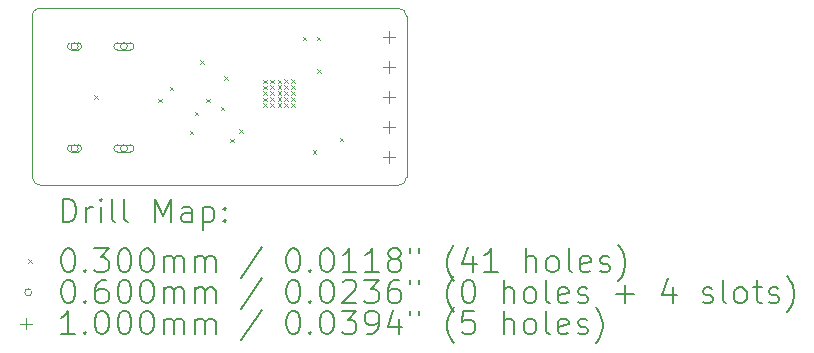
<source format=gbr>
%TF.GenerationSoftware,KiCad,Pcbnew,9.0.1*%
%TF.CreationDate,2025-08-21T17:20:22+05:00*%
%TF.ProjectId,usb_to_uart,7573625f-746f-45f7-9561-72742e6b6963,rev?*%
%TF.SameCoordinates,Original*%
%TF.FileFunction,Drillmap*%
%TF.FilePolarity,Positive*%
%FSLAX45Y45*%
G04 Gerber Fmt 4.5, Leading zero omitted, Abs format (unit mm)*
G04 Created by KiCad (PCBNEW 9.0.1) date 2025-08-21 17:20:22*
%MOMM*%
%LPD*%
G01*
G04 APERTURE LIST*
%ADD10C,0.050000*%
%ADD11C,0.200000*%
%ADD12C,0.100000*%
G04 APERTURE END LIST*
D10*
X11370000Y-11170000D02*
G75*
G02*
X11300000Y-11100000I0J70000D01*
G01*
X11300000Y-9750000D02*
G75*
G02*
X11370000Y-9669289I70000J10000D01*
G01*
X14470000Y-9740000D02*
X14470000Y-11100000D01*
X14400000Y-9670000D02*
G75*
G02*
X14470000Y-9740000I0J-70000D01*
G01*
X11370000Y-11170000D02*
X14400000Y-11170000D01*
X14400000Y-9670000D02*
X11370000Y-9669289D01*
X14470000Y-11100000D02*
G75*
G02*
X14400000Y-11170000I-70000J0D01*
G01*
X11300000Y-9750000D02*
X11300000Y-11100000D01*
D11*
D12*
X11824649Y-10409140D02*
X11854649Y-10439140D01*
X11854649Y-10409140D02*
X11824649Y-10439140D01*
X12365000Y-10435000D02*
X12395000Y-10465000D01*
X12395000Y-10435000D02*
X12365000Y-10465000D01*
X12465000Y-10335000D02*
X12495000Y-10365000D01*
X12495000Y-10335000D02*
X12465000Y-10365000D01*
X12635000Y-10705750D02*
X12665000Y-10735750D01*
X12665000Y-10705750D02*
X12635000Y-10735750D01*
X12675000Y-10545000D02*
X12705000Y-10575000D01*
X12705000Y-10545000D02*
X12675000Y-10575000D01*
X12725000Y-10111000D02*
X12755000Y-10141000D01*
X12755000Y-10111000D02*
X12725000Y-10141000D01*
X12775000Y-10435000D02*
X12805000Y-10465000D01*
X12805000Y-10435000D02*
X12775000Y-10465000D01*
X12895000Y-10505000D02*
X12925000Y-10535000D01*
X12925000Y-10505000D02*
X12895000Y-10535000D01*
X12925000Y-10245000D02*
X12955000Y-10275000D01*
X12955000Y-10245000D02*
X12925000Y-10275000D01*
X12975000Y-10775000D02*
X13005000Y-10805000D01*
X13005000Y-10775000D02*
X12975000Y-10805000D01*
X13055000Y-10695000D02*
X13085000Y-10725000D01*
X13085000Y-10695000D02*
X13055000Y-10725000D01*
X13255000Y-10275866D02*
X13285000Y-10305866D01*
X13285000Y-10275866D02*
X13255000Y-10305866D01*
X13255000Y-10325000D02*
X13285000Y-10355000D01*
X13285000Y-10325000D02*
X13255000Y-10355000D01*
X13255000Y-10375000D02*
X13285000Y-10405000D01*
X13285000Y-10375000D02*
X13255000Y-10405000D01*
X13255000Y-10427000D02*
X13285000Y-10457000D01*
X13285000Y-10427000D02*
X13255000Y-10457000D01*
X13255000Y-10475866D02*
X13285000Y-10505866D01*
X13285000Y-10475866D02*
X13255000Y-10505866D01*
X13315000Y-10275000D02*
X13345000Y-10305000D01*
X13345000Y-10275000D02*
X13315000Y-10305000D01*
X13315000Y-10324134D02*
X13345000Y-10354134D01*
X13345000Y-10324134D02*
X13315000Y-10354134D01*
X13315000Y-10374134D02*
X13345000Y-10404134D01*
X13345000Y-10374134D02*
X13315000Y-10404134D01*
X13315000Y-10426134D02*
X13345000Y-10456134D01*
X13345000Y-10426134D02*
X13315000Y-10456134D01*
X13315000Y-10475000D02*
X13345000Y-10505000D01*
X13345000Y-10475000D02*
X13315000Y-10505000D01*
X13378026Y-10275000D02*
X13408026Y-10305000D01*
X13408026Y-10275000D02*
X13378026Y-10305000D01*
X13378026Y-10324134D02*
X13408026Y-10354134D01*
X13408026Y-10324134D02*
X13378026Y-10354134D01*
X13378026Y-10374134D02*
X13408026Y-10404134D01*
X13408026Y-10374134D02*
X13378026Y-10404134D01*
X13378026Y-10426134D02*
X13408026Y-10456134D01*
X13408026Y-10426134D02*
X13378026Y-10456134D01*
X13378026Y-10475000D02*
X13408026Y-10505000D01*
X13408026Y-10475000D02*
X13378026Y-10505000D01*
X13435000Y-10273866D02*
X13465000Y-10303866D01*
X13465000Y-10273866D02*
X13435000Y-10303866D01*
X13435000Y-10323000D02*
X13465000Y-10353000D01*
X13465000Y-10323000D02*
X13435000Y-10353000D01*
X13435000Y-10373000D02*
X13465000Y-10403000D01*
X13465000Y-10373000D02*
X13435000Y-10403000D01*
X13435000Y-10425000D02*
X13465000Y-10455000D01*
X13465000Y-10425000D02*
X13435000Y-10455000D01*
X13435000Y-10473866D02*
X13465000Y-10503866D01*
X13465000Y-10473866D02*
X13435000Y-10503866D01*
X13495000Y-10273866D02*
X13525000Y-10303866D01*
X13525000Y-10273866D02*
X13495000Y-10303866D01*
X13495000Y-10323000D02*
X13525000Y-10353000D01*
X13525000Y-10323000D02*
X13495000Y-10353000D01*
X13495000Y-10373000D02*
X13525000Y-10403000D01*
X13525000Y-10373000D02*
X13495000Y-10403000D01*
X13495000Y-10425000D02*
X13525000Y-10455000D01*
X13525000Y-10425000D02*
X13495000Y-10455000D01*
X13495000Y-10473866D02*
X13525000Y-10503866D01*
X13525000Y-10473866D02*
X13495000Y-10503866D01*
X13590000Y-9910000D02*
X13620000Y-9940000D01*
X13620000Y-9910000D02*
X13590000Y-9940000D01*
X13675000Y-10875000D02*
X13705000Y-10905000D01*
X13705000Y-10875000D02*
X13675000Y-10905000D01*
X13710000Y-9910000D02*
X13740000Y-9940000D01*
X13740000Y-9910000D02*
X13710000Y-9940000D01*
X13715000Y-10185000D02*
X13745000Y-10215000D01*
X13745000Y-10185000D02*
X13715000Y-10215000D01*
X13905000Y-10765000D02*
X13935000Y-10795000D01*
X13935000Y-10765000D02*
X13905000Y-10795000D01*
X11689000Y-9993000D02*
G75*
G02*
X11629000Y-9993000I-30000J0D01*
G01*
X11629000Y-9993000D02*
G75*
G02*
X11689000Y-9993000I30000J0D01*
G01*
X11689000Y-9963000D02*
X11629000Y-9963000D01*
X11629000Y-10023000D02*
G75*
G02*
X11629000Y-9963000I0J30000D01*
G01*
X11629000Y-10023000D02*
X11689000Y-10023000D01*
X11689000Y-10023000D02*
G75*
G03*
X11689000Y-9963000I0J30000D01*
G01*
X11689000Y-10857000D02*
G75*
G02*
X11629000Y-10857000I-30000J0D01*
G01*
X11629000Y-10857000D02*
G75*
G02*
X11689000Y-10857000I30000J0D01*
G01*
X11689000Y-10827000D02*
X11629000Y-10827000D01*
X11629000Y-10887000D02*
G75*
G02*
X11629000Y-10827000I0J30000D01*
G01*
X11629000Y-10887000D02*
X11689000Y-10887000D01*
X11689000Y-10887000D02*
G75*
G03*
X11689000Y-10827000I0J30000D01*
G01*
X12107000Y-9993000D02*
G75*
G02*
X12047000Y-9993000I-30000J0D01*
G01*
X12047000Y-9993000D02*
G75*
G02*
X12107000Y-9993000I30000J0D01*
G01*
X12132000Y-9963000D02*
X12022000Y-9963000D01*
X12022000Y-10023000D02*
G75*
G02*
X12022000Y-9963000I0J30000D01*
G01*
X12022000Y-10023000D02*
X12132000Y-10023000D01*
X12132000Y-10023000D02*
G75*
G03*
X12132000Y-9963000I0J30000D01*
G01*
X12107000Y-10857000D02*
G75*
G02*
X12047000Y-10857000I-30000J0D01*
G01*
X12047000Y-10857000D02*
G75*
G02*
X12107000Y-10857000I30000J0D01*
G01*
X12132000Y-10827000D02*
X12022000Y-10827000D01*
X12022000Y-10887000D02*
G75*
G02*
X12022000Y-10827000I0J30000D01*
G01*
X12022000Y-10887000D02*
X12132000Y-10887000D01*
X12132000Y-10887000D02*
G75*
G03*
X12132000Y-10827000I0J30000D01*
G01*
X14321500Y-9862000D02*
X14321500Y-9962000D01*
X14271500Y-9912000D02*
X14371500Y-9912000D01*
X14321500Y-10116000D02*
X14321500Y-10216000D01*
X14271500Y-10166000D02*
X14371500Y-10166000D01*
X14321500Y-10370000D02*
X14321500Y-10470000D01*
X14271500Y-10420000D02*
X14371500Y-10420000D01*
X14321500Y-10624000D02*
X14321500Y-10724000D01*
X14271500Y-10674000D02*
X14371500Y-10674000D01*
X14321500Y-10878000D02*
X14321500Y-10978000D01*
X14271500Y-10928000D02*
X14371500Y-10928000D01*
D11*
X11557566Y-11483984D02*
X11557566Y-11283984D01*
X11557566Y-11283984D02*
X11605185Y-11283984D01*
X11605185Y-11283984D02*
X11633757Y-11293508D01*
X11633757Y-11293508D02*
X11652804Y-11312555D01*
X11652804Y-11312555D02*
X11662328Y-11331603D01*
X11662328Y-11331603D02*
X11671852Y-11369698D01*
X11671852Y-11369698D02*
X11671852Y-11398269D01*
X11671852Y-11398269D02*
X11662328Y-11436365D01*
X11662328Y-11436365D02*
X11652804Y-11455412D01*
X11652804Y-11455412D02*
X11633757Y-11474460D01*
X11633757Y-11474460D02*
X11605185Y-11483984D01*
X11605185Y-11483984D02*
X11557566Y-11483984D01*
X11757566Y-11483984D02*
X11757566Y-11350650D01*
X11757566Y-11388746D02*
X11767090Y-11369698D01*
X11767090Y-11369698D02*
X11776614Y-11360174D01*
X11776614Y-11360174D02*
X11795661Y-11350650D01*
X11795661Y-11350650D02*
X11814709Y-11350650D01*
X11881376Y-11483984D02*
X11881376Y-11350650D01*
X11881376Y-11283984D02*
X11871852Y-11293508D01*
X11871852Y-11293508D02*
X11881376Y-11303031D01*
X11881376Y-11303031D02*
X11890899Y-11293508D01*
X11890899Y-11293508D02*
X11881376Y-11283984D01*
X11881376Y-11283984D02*
X11881376Y-11303031D01*
X12005185Y-11483984D02*
X11986137Y-11474460D01*
X11986137Y-11474460D02*
X11976614Y-11455412D01*
X11976614Y-11455412D02*
X11976614Y-11283984D01*
X12109947Y-11483984D02*
X12090899Y-11474460D01*
X12090899Y-11474460D02*
X12081376Y-11455412D01*
X12081376Y-11455412D02*
X12081376Y-11283984D01*
X12338518Y-11483984D02*
X12338518Y-11283984D01*
X12338518Y-11283984D02*
X12405185Y-11426841D01*
X12405185Y-11426841D02*
X12471852Y-11283984D01*
X12471852Y-11283984D02*
X12471852Y-11483984D01*
X12652804Y-11483984D02*
X12652804Y-11379222D01*
X12652804Y-11379222D02*
X12643280Y-11360174D01*
X12643280Y-11360174D02*
X12624233Y-11350650D01*
X12624233Y-11350650D02*
X12586137Y-11350650D01*
X12586137Y-11350650D02*
X12567090Y-11360174D01*
X12652804Y-11474460D02*
X12633757Y-11483984D01*
X12633757Y-11483984D02*
X12586137Y-11483984D01*
X12586137Y-11483984D02*
X12567090Y-11474460D01*
X12567090Y-11474460D02*
X12557566Y-11455412D01*
X12557566Y-11455412D02*
X12557566Y-11436365D01*
X12557566Y-11436365D02*
X12567090Y-11417317D01*
X12567090Y-11417317D02*
X12586137Y-11407793D01*
X12586137Y-11407793D02*
X12633757Y-11407793D01*
X12633757Y-11407793D02*
X12652804Y-11398269D01*
X12748042Y-11350650D02*
X12748042Y-11550650D01*
X12748042Y-11360174D02*
X12767090Y-11350650D01*
X12767090Y-11350650D02*
X12805185Y-11350650D01*
X12805185Y-11350650D02*
X12824233Y-11360174D01*
X12824233Y-11360174D02*
X12833757Y-11369698D01*
X12833757Y-11369698D02*
X12843280Y-11388746D01*
X12843280Y-11388746D02*
X12843280Y-11445888D01*
X12843280Y-11445888D02*
X12833757Y-11464936D01*
X12833757Y-11464936D02*
X12824233Y-11474460D01*
X12824233Y-11474460D02*
X12805185Y-11483984D01*
X12805185Y-11483984D02*
X12767090Y-11483984D01*
X12767090Y-11483984D02*
X12748042Y-11474460D01*
X12928995Y-11464936D02*
X12938518Y-11474460D01*
X12938518Y-11474460D02*
X12928995Y-11483984D01*
X12928995Y-11483984D02*
X12919471Y-11474460D01*
X12919471Y-11474460D02*
X12928995Y-11464936D01*
X12928995Y-11464936D02*
X12928995Y-11483984D01*
X12928995Y-11360174D02*
X12938518Y-11369698D01*
X12938518Y-11369698D02*
X12928995Y-11379222D01*
X12928995Y-11379222D02*
X12919471Y-11369698D01*
X12919471Y-11369698D02*
X12928995Y-11360174D01*
X12928995Y-11360174D02*
X12928995Y-11379222D01*
D12*
X11266789Y-11797500D02*
X11296789Y-11827500D01*
X11296789Y-11797500D02*
X11266789Y-11827500D01*
D11*
X11595661Y-11703984D02*
X11614709Y-11703984D01*
X11614709Y-11703984D02*
X11633757Y-11713508D01*
X11633757Y-11713508D02*
X11643280Y-11723031D01*
X11643280Y-11723031D02*
X11652804Y-11742079D01*
X11652804Y-11742079D02*
X11662328Y-11780174D01*
X11662328Y-11780174D02*
X11662328Y-11827793D01*
X11662328Y-11827793D02*
X11652804Y-11865888D01*
X11652804Y-11865888D02*
X11643280Y-11884936D01*
X11643280Y-11884936D02*
X11633757Y-11894460D01*
X11633757Y-11894460D02*
X11614709Y-11903984D01*
X11614709Y-11903984D02*
X11595661Y-11903984D01*
X11595661Y-11903984D02*
X11576614Y-11894460D01*
X11576614Y-11894460D02*
X11567090Y-11884936D01*
X11567090Y-11884936D02*
X11557566Y-11865888D01*
X11557566Y-11865888D02*
X11548042Y-11827793D01*
X11548042Y-11827793D02*
X11548042Y-11780174D01*
X11548042Y-11780174D02*
X11557566Y-11742079D01*
X11557566Y-11742079D02*
X11567090Y-11723031D01*
X11567090Y-11723031D02*
X11576614Y-11713508D01*
X11576614Y-11713508D02*
X11595661Y-11703984D01*
X11748042Y-11884936D02*
X11757566Y-11894460D01*
X11757566Y-11894460D02*
X11748042Y-11903984D01*
X11748042Y-11903984D02*
X11738518Y-11894460D01*
X11738518Y-11894460D02*
X11748042Y-11884936D01*
X11748042Y-11884936D02*
X11748042Y-11903984D01*
X11824233Y-11703984D02*
X11948042Y-11703984D01*
X11948042Y-11703984D02*
X11881376Y-11780174D01*
X11881376Y-11780174D02*
X11909947Y-11780174D01*
X11909947Y-11780174D02*
X11928995Y-11789698D01*
X11928995Y-11789698D02*
X11938518Y-11799222D01*
X11938518Y-11799222D02*
X11948042Y-11818269D01*
X11948042Y-11818269D02*
X11948042Y-11865888D01*
X11948042Y-11865888D02*
X11938518Y-11884936D01*
X11938518Y-11884936D02*
X11928995Y-11894460D01*
X11928995Y-11894460D02*
X11909947Y-11903984D01*
X11909947Y-11903984D02*
X11852804Y-11903984D01*
X11852804Y-11903984D02*
X11833757Y-11894460D01*
X11833757Y-11894460D02*
X11824233Y-11884936D01*
X12071852Y-11703984D02*
X12090899Y-11703984D01*
X12090899Y-11703984D02*
X12109947Y-11713508D01*
X12109947Y-11713508D02*
X12119471Y-11723031D01*
X12119471Y-11723031D02*
X12128995Y-11742079D01*
X12128995Y-11742079D02*
X12138518Y-11780174D01*
X12138518Y-11780174D02*
X12138518Y-11827793D01*
X12138518Y-11827793D02*
X12128995Y-11865888D01*
X12128995Y-11865888D02*
X12119471Y-11884936D01*
X12119471Y-11884936D02*
X12109947Y-11894460D01*
X12109947Y-11894460D02*
X12090899Y-11903984D01*
X12090899Y-11903984D02*
X12071852Y-11903984D01*
X12071852Y-11903984D02*
X12052804Y-11894460D01*
X12052804Y-11894460D02*
X12043280Y-11884936D01*
X12043280Y-11884936D02*
X12033757Y-11865888D01*
X12033757Y-11865888D02*
X12024233Y-11827793D01*
X12024233Y-11827793D02*
X12024233Y-11780174D01*
X12024233Y-11780174D02*
X12033757Y-11742079D01*
X12033757Y-11742079D02*
X12043280Y-11723031D01*
X12043280Y-11723031D02*
X12052804Y-11713508D01*
X12052804Y-11713508D02*
X12071852Y-11703984D01*
X12262328Y-11703984D02*
X12281376Y-11703984D01*
X12281376Y-11703984D02*
X12300423Y-11713508D01*
X12300423Y-11713508D02*
X12309947Y-11723031D01*
X12309947Y-11723031D02*
X12319471Y-11742079D01*
X12319471Y-11742079D02*
X12328995Y-11780174D01*
X12328995Y-11780174D02*
X12328995Y-11827793D01*
X12328995Y-11827793D02*
X12319471Y-11865888D01*
X12319471Y-11865888D02*
X12309947Y-11884936D01*
X12309947Y-11884936D02*
X12300423Y-11894460D01*
X12300423Y-11894460D02*
X12281376Y-11903984D01*
X12281376Y-11903984D02*
X12262328Y-11903984D01*
X12262328Y-11903984D02*
X12243280Y-11894460D01*
X12243280Y-11894460D02*
X12233757Y-11884936D01*
X12233757Y-11884936D02*
X12224233Y-11865888D01*
X12224233Y-11865888D02*
X12214709Y-11827793D01*
X12214709Y-11827793D02*
X12214709Y-11780174D01*
X12214709Y-11780174D02*
X12224233Y-11742079D01*
X12224233Y-11742079D02*
X12233757Y-11723031D01*
X12233757Y-11723031D02*
X12243280Y-11713508D01*
X12243280Y-11713508D02*
X12262328Y-11703984D01*
X12414709Y-11903984D02*
X12414709Y-11770650D01*
X12414709Y-11789698D02*
X12424233Y-11780174D01*
X12424233Y-11780174D02*
X12443280Y-11770650D01*
X12443280Y-11770650D02*
X12471852Y-11770650D01*
X12471852Y-11770650D02*
X12490899Y-11780174D01*
X12490899Y-11780174D02*
X12500423Y-11799222D01*
X12500423Y-11799222D02*
X12500423Y-11903984D01*
X12500423Y-11799222D02*
X12509947Y-11780174D01*
X12509947Y-11780174D02*
X12528995Y-11770650D01*
X12528995Y-11770650D02*
X12557566Y-11770650D01*
X12557566Y-11770650D02*
X12576614Y-11780174D01*
X12576614Y-11780174D02*
X12586138Y-11799222D01*
X12586138Y-11799222D02*
X12586138Y-11903984D01*
X12681376Y-11903984D02*
X12681376Y-11770650D01*
X12681376Y-11789698D02*
X12690899Y-11780174D01*
X12690899Y-11780174D02*
X12709947Y-11770650D01*
X12709947Y-11770650D02*
X12738519Y-11770650D01*
X12738519Y-11770650D02*
X12757566Y-11780174D01*
X12757566Y-11780174D02*
X12767090Y-11799222D01*
X12767090Y-11799222D02*
X12767090Y-11903984D01*
X12767090Y-11799222D02*
X12776614Y-11780174D01*
X12776614Y-11780174D02*
X12795661Y-11770650D01*
X12795661Y-11770650D02*
X12824233Y-11770650D01*
X12824233Y-11770650D02*
X12843280Y-11780174D01*
X12843280Y-11780174D02*
X12852804Y-11799222D01*
X12852804Y-11799222D02*
X12852804Y-11903984D01*
X13243280Y-11694460D02*
X13071852Y-11951603D01*
X13500423Y-11703984D02*
X13519471Y-11703984D01*
X13519471Y-11703984D02*
X13538519Y-11713508D01*
X13538519Y-11713508D02*
X13548042Y-11723031D01*
X13548042Y-11723031D02*
X13557566Y-11742079D01*
X13557566Y-11742079D02*
X13567090Y-11780174D01*
X13567090Y-11780174D02*
X13567090Y-11827793D01*
X13567090Y-11827793D02*
X13557566Y-11865888D01*
X13557566Y-11865888D02*
X13548042Y-11884936D01*
X13548042Y-11884936D02*
X13538519Y-11894460D01*
X13538519Y-11894460D02*
X13519471Y-11903984D01*
X13519471Y-11903984D02*
X13500423Y-11903984D01*
X13500423Y-11903984D02*
X13481376Y-11894460D01*
X13481376Y-11894460D02*
X13471852Y-11884936D01*
X13471852Y-11884936D02*
X13462328Y-11865888D01*
X13462328Y-11865888D02*
X13452804Y-11827793D01*
X13452804Y-11827793D02*
X13452804Y-11780174D01*
X13452804Y-11780174D02*
X13462328Y-11742079D01*
X13462328Y-11742079D02*
X13471852Y-11723031D01*
X13471852Y-11723031D02*
X13481376Y-11713508D01*
X13481376Y-11713508D02*
X13500423Y-11703984D01*
X13652804Y-11884936D02*
X13662328Y-11894460D01*
X13662328Y-11894460D02*
X13652804Y-11903984D01*
X13652804Y-11903984D02*
X13643281Y-11894460D01*
X13643281Y-11894460D02*
X13652804Y-11884936D01*
X13652804Y-11884936D02*
X13652804Y-11903984D01*
X13786138Y-11703984D02*
X13805185Y-11703984D01*
X13805185Y-11703984D02*
X13824233Y-11713508D01*
X13824233Y-11713508D02*
X13833757Y-11723031D01*
X13833757Y-11723031D02*
X13843281Y-11742079D01*
X13843281Y-11742079D02*
X13852804Y-11780174D01*
X13852804Y-11780174D02*
X13852804Y-11827793D01*
X13852804Y-11827793D02*
X13843281Y-11865888D01*
X13843281Y-11865888D02*
X13833757Y-11884936D01*
X13833757Y-11884936D02*
X13824233Y-11894460D01*
X13824233Y-11894460D02*
X13805185Y-11903984D01*
X13805185Y-11903984D02*
X13786138Y-11903984D01*
X13786138Y-11903984D02*
X13767090Y-11894460D01*
X13767090Y-11894460D02*
X13757566Y-11884936D01*
X13757566Y-11884936D02*
X13748042Y-11865888D01*
X13748042Y-11865888D02*
X13738519Y-11827793D01*
X13738519Y-11827793D02*
X13738519Y-11780174D01*
X13738519Y-11780174D02*
X13748042Y-11742079D01*
X13748042Y-11742079D02*
X13757566Y-11723031D01*
X13757566Y-11723031D02*
X13767090Y-11713508D01*
X13767090Y-11713508D02*
X13786138Y-11703984D01*
X14043281Y-11903984D02*
X13928995Y-11903984D01*
X13986138Y-11903984D02*
X13986138Y-11703984D01*
X13986138Y-11703984D02*
X13967090Y-11732555D01*
X13967090Y-11732555D02*
X13948042Y-11751603D01*
X13948042Y-11751603D02*
X13928995Y-11761127D01*
X14233757Y-11903984D02*
X14119471Y-11903984D01*
X14176614Y-11903984D02*
X14176614Y-11703984D01*
X14176614Y-11703984D02*
X14157566Y-11732555D01*
X14157566Y-11732555D02*
X14138519Y-11751603D01*
X14138519Y-11751603D02*
X14119471Y-11761127D01*
X14348042Y-11789698D02*
X14328995Y-11780174D01*
X14328995Y-11780174D02*
X14319471Y-11770650D01*
X14319471Y-11770650D02*
X14309947Y-11751603D01*
X14309947Y-11751603D02*
X14309947Y-11742079D01*
X14309947Y-11742079D02*
X14319471Y-11723031D01*
X14319471Y-11723031D02*
X14328995Y-11713508D01*
X14328995Y-11713508D02*
X14348042Y-11703984D01*
X14348042Y-11703984D02*
X14386138Y-11703984D01*
X14386138Y-11703984D02*
X14405185Y-11713508D01*
X14405185Y-11713508D02*
X14414709Y-11723031D01*
X14414709Y-11723031D02*
X14424233Y-11742079D01*
X14424233Y-11742079D02*
X14424233Y-11751603D01*
X14424233Y-11751603D02*
X14414709Y-11770650D01*
X14414709Y-11770650D02*
X14405185Y-11780174D01*
X14405185Y-11780174D02*
X14386138Y-11789698D01*
X14386138Y-11789698D02*
X14348042Y-11789698D01*
X14348042Y-11789698D02*
X14328995Y-11799222D01*
X14328995Y-11799222D02*
X14319471Y-11808746D01*
X14319471Y-11808746D02*
X14309947Y-11827793D01*
X14309947Y-11827793D02*
X14309947Y-11865888D01*
X14309947Y-11865888D02*
X14319471Y-11884936D01*
X14319471Y-11884936D02*
X14328995Y-11894460D01*
X14328995Y-11894460D02*
X14348042Y-11903984D01*
X14348042Y-11903984D02*
X14386138Y-11903984D01*
X14386138Y-11903984D02*
X14405185Y-11894460D01*
X14405185Y-11894460D02*
X14414709Y-11884936D01*
X14414709Y-11884936D02*
X14424233Y-11865888D01*
X14424233Y-11865888D02*
X14424233Y-11827793D01*
X14424233Y-11827793D02*
X14414709Y-11808746D01*
X14414709Y-11808746D02*
X14405185Y-11799222D01*
X14405185Y-11799222D02*
X14386138Y-11789698D01*
X14500423Y-11703984D02*
X14500423Y-11742079D01*
X14576614Y-11703984D02*
X14576614Y-11742079D01*
X14871852Y-11980174D02*
X14862328Y-11970650D01*
X14862328Y-11970650D02*
X14843281Y-11942079D01*
X14843281Y-11942079D02*
X14833757Y-11923031D01*
X14833757Y-11923031D02*
X14824233Y-11894460D01*
X14824233Y-11894460D02*
X14814709Y-11846841D01*
X14814709Y-11846841D02*
X14814709Y-11808746D01*
X14814709Y-11808746D02*
X14824233Y-11761127D01*
X14824233Y-11761127D02*
X14833757Y-11732555D01*
X14833757Y-11732555D02*
X14843281Y-11713508D01*
X14843281Y-11713508D02*
X14862328Y-11684936D01*
X14862328Y-11684936D02*
X14871852Y-11675412D01*
X15033757Y-11770650D02*
X15033757Y-11903984D01*
X14986138Y-11694460D02*
X14938519Y-11837317D01*
X14938519Y-11837317D02*
X15062328Y-11837317D01*
X15243281Y-11903984D02*
X15128995Y-11903984D01*
X15186138Y-11903984D02*
X15186138Y-11703984D01*
X15186138Y-11703984D02*
X15167090Y-11732555D01*
X15167090Y-11732555D02*
X15148043Y-11751603D01*
X15148043Y-11751603D02*
X15128995Y-11761127D01*
X15481376Y-11903984D02*
X15481376Y-11703984D01*
X15567090Y-11903984D02*
X15567090Y-11799222D01*
X15567090Y-11799222D02*
X15557566Y-11780174D01*
X15557566Y-11780174D02*
X15538519Y-11770650D01*
X15538519Y-11770650D02*
X15509947Y-11770650D01*
X15509947Y-11770650D02*
X15490900Y-11780174D01*
X15490900Y-11780174D02*
X15481376Y-11789698D01*
X15690900Y-11903984D02*
X15671852Y-11894460D01*
X15671852Y-11894460D02*
X15662328Y-11884936D01*
X15662328Y-11884936D02*
X15652805Y-11865888D01*
X15652805Y-11865888D02*
X15652805Y-11808746D01*
X15652805Y-11808746D02*
X15662328Y-11789698D01*
X15662328Y-11789698D02*
X15671852Y-11780174D01*
X15671852Y-11780174D02*
X15690900Y-11770650D01*
X15690900Y-11770650D02*
X15719471Y-11770650D01*
X15719471Y-11770650D02*
X15738519Y-11780174D01*
X15738519Y-11780174D02*
X15748043Y-11789698D01*
X15748043Y-11789698D02*
X15757566Y-11808746D01*
X15757566Y-11808746D02*
X15757566Y-11865888D01*
X15757566Y-11865888D02*
X15748043Y-11884936D01*
X15748043Y-11884936D02*
X15738519Y-11894460D01*
X15738519Y-11894460D02*
X15719471Y-11903984D01*
X15719471Y-11903984D02*
X15690900Y-11903984D01*
X15871852Y-11903984D02*
X15852805Y-11894460D01*
X15852805Y-11894460D02*
X15843281Y-11875412D01*
X15843281Y-11875412D02*
X15843281Y-11703984D01*
X16024233Y-11894460D02*
X16005186Y-11903984D01*
X16005186Y-11903984D02*
X15967090Y-11903984D01*
X15967090Y-11903984D02*
X15948043Y-11894460D01*
X15948043Y-11894460D02*
X15938519Y-11875412D01*
X15938519Y-11875412D02*
X15938519Y-11799222D01*
X15938519Y-11799222D02*
X15948043Y-11780174D01*
X15948043Y-11780174D02*
X15967090Y-11770650D01*
X15967090Y-11770650D02*
X16005186Y-11770650D01*
X16005186Y-11770650D02*
X16024233Y-11780174D01*
X16024233Y-11780174D02*
X16033757Y-11799222D01*
X16033757Y-11799222D02*
X16033757Y-11818269D01*
X16033757Y-11818269D02*
X15938519Y-11837317D01*
X16109947Y-11894460D02*
X16128995Y-11903984D01*
X16128995Y-11903984D02*
X16167090Y-11903984D01*
X16167090Y-11903984D02*
X16186138Y-11894460D01*
X16186138Y-11894460D02*
X16195662Y-11875412D01*
X16195662Y-11875412D02*
X16195662Y-11865888D01*
X16195662Y-11865888D02*
X16186138Y-11846841D01*
X16186138Y-11846841D02*
X16167090Y-11837317D01*
X16167090Y-11837317D02*
X16138519Y-11837317D01*
X16138519Y-11837317D02*
X16119471Y-11827793D01*
X16119471Y-11827793D02*
X16109947Y-11808746D01*
X16109947Y-11808746D02*
X16109947Y-11799222D01*
X16109947Y-11799222D02*
X16119471Y-11780174D01*
X16119471Y-11780174D02*
X16138519Y-11770650D01*
X16138519Y-11770650D02*
X16167090Y-11770650D01*
X16167090Y-11770650D02*
X16186138Y-11780174D01*
X16262328Y-11980174D02*
X16271852Y-11970650D01*
X16271852Y-11970650D02*
X16290900Y-11942079D01*
X16290900Y-11942079D02*
X16300424Y-11923031D01*
X16300424Y-11923031D02*
X16309947Y-11894460D01*
X16309947Y-11894460D02*
X16319471Y-11846841D01*
X16319471Y-11846841D02*
X16319471Y-11808746D01*
X16319471Y-11808746D02*
X16309947Y-11761127D01*
X16309947Y-11761127D02*
X16300424Y-11732555D01*
X16300424Y-11732555D02*
X16290900Y-11713508D01*
X16290900Y-11713508D02*
X16271852Y-11684936D01*
X16271852Y-11684936D02*
X16262328Y-11675412D01*
D12*
X11296789Y-12076500D02*
G75*
G02*
X11236789Y-12076500I-30000J0D01*
G01*
X11236789Y-12076500D02*
G75*
G02*
X11296789Y-12076500I30000J0D01*
G01*
D11*
X11595661Y-11967984D02*
X11614709Y-11967984D01*
X11614709Y-11967984D02*
X11633757Y-11977508D01*
X11633757Y-11977508D02*
X11643280Y-11987031D01*
X11643280Y-11987031D02*
X11652804Y-12006079D01*
X11652804Y-12006079D02*
X11662328Y-12044174D01*
X11662328Y-12044174D02*
X11662328Y-12091793D01*
X11662328Y-12091793D02*
X11652804Y-12129888D01*
X11652804Y-12129888D02*
X11643280Y-12148936D01*
X11643280Y-12148936D02*
X11633757Y-12158460D01*
X11633757Y-12158460D02*
X11614709Y-12167984D01*
X11614709Y-12167984D02*
X11595661Y-12167984D01*
X11595661Y-12167984D02*
X11576614Y-12158460D01*
X11576614Y-12158460D02*
X11567090Y-12148936D01*
X11567090Y-12148936D02*
X11557566Y-12129888D01*
X11557566Y-12129888D02*
X11548042Y-12091793D01*
X11548042Y-12091793D02*
X11548042Y-12044174D01*
X11548042Y-12044174D02*
X11557566Y-12006079D01*
X11557566Y-12006079D02*
X11567090Y-11987031D01*
X11567090Y-11987031D02*
X11576614Y-11977508D01*
X11576614Y-11977508D02*
X11595661Y-11967984D01*
X11748042Y-12148936D02*
X11757566Y-12158460D01*
X11757566Y-12158460D02*
X11748042Y-12167984D01*
X11748042Y-12167984D02*
X11738518Y-12158460D01*
X11738518Y-12158460D02*
X11748042Y-12148936D01*
X11748042Y-12148936D02*
X11748042Y-12167984D01*
X11928995Y-11967984D02*
X11890899Y-11967984D01*
X11890899Y-11967984D02*
X11871852Y-11977508D01*
X11871852Y-11977508D02*
X11862328Y-11987031D01*
X11862328Y-11987031D02*
X11843280Y-12015603D01*
X11843280Y-12015603D02*
X11833757Y-12053698D01*
X11833757Y-12053698D02*
X11833757Y-12129888D01*
X11833757Y-12129888D02*
X11843280Y-12148936D01*
X11843280Y-12148936D02*
X11852804Y-12158460D01*
X11852804Y-12158460D02*
X11871852Y-12167984D01*
X11871852Y-12167984D02*
X11909947Y-12167984D01*
X11909947Y-12167984D02*
X11928995Y-12158460D01*
X11928995Y-12158460D02*
X11938518Y-12148936D01*
X11938518Y-12148936D02*
X11948042Y-12129888D01*
X11948042Y-12129888D02*
X11948042Y-12082269D01*
X11948042Y-12082269D02*
X11938518Y-12063222D01*
X11938518Y-12063222D02*
X11928995Y-12053698D01*
X11928995Y-12053698D02*
X11909947Y-12044174D01*
X11909947Y-12044174D02*
X11871852Y-12044174D01*
X11871852Y-12044174D02*
X11852804Y-12053698D01*
X11852804Y-12053698D02*
X11843280Y-12063222D01*
X11843280Y-12063222D02*
X11833757Y-12082269D01*
X12071852Y-11967984D02*
X12090899Y-11967984D01*
X12090899Y-11967984D02*
X12109947Y-11977508D01*
X12109947Y-11977508D02*
X12119471Y-11987031D01*
X12119471Y-11987031D02*
X12128995Y-12006079D01*
X12128995Y-12006079D02*
X12138518Y-12044174D01*
X12138518Y-12044174D02*
X12138518Y-12091793D01*
X12138518Y-12091793D02*
X12128995Y-12129888D01*
X12128995Y-12129888D02*
X12119471Y-12148936D01*
X12119471Y-12148936D02*
X12109947Y-12158460D01*
X12109947Y-12158460D02*
X12090899Y-12167984D01*
X12090899Y-12167984D02*
X12071852Y-12167984D01*
X12071852Y-12167984D02*
X12052804Y-12158460D01*
X12052804Y-12158460D02*
X12043280Y-12148936D01*
X12043280Y-12148936D02*
X12033757Y-12129888D01*
X12033757Y-12129888D02*
X12024233Y-12091793D01*
X12024233Y-12091793D02*
X12024233Y-12044174D01*
X12024233Y-12044174D02*
X12033757Y-12006079D01*
X12033757Y-12006079D02*
X12043280Y-11987031D01*
X12043280Y-11987031D02*
X12052804Y-11977508D01*
X12052804Y-11977508D02*
X12071852Y-11967984D01*
X12262328Y-11967984D02*
X12281376Y-11967984D01*
X12281376Y-11967984D02*
X12300423Y-11977508D01*
X12300423Y-11977508D02*
X12309947Y-11987031D01*
X12309947Y-11987031D02*
X12319471Y-12006079D01*
X12319471Y-12006079D02*
X12328995Y-12044174D01*
X12328995Y-12044174D02*
X12328995Y-12091793D01*
X12328995Y-12091793D02*
X12319471Y-12129888D01*
X12319471Y-12129888D02*
X12309947Y-12148936D01*
X12309947Y-12148936D02*
X12300423Y-12158460D01*
X12300423Y-12158460D02*
X12281376Y-12167984D01*
X12281376Y-12167984D02*
X12262328Y-12167984D01*
X12262328Y-12167984D02*
X12243280Y-12158460D01*
X12243280Y-12158460D02*
X12233757Y-12148936D01*
X12233757Y-12148936D02*
X12224233Y-12129888D01*
X12224233Y-12129888D02*
X12214709Y-12091793D01*
X12214709Y-12091793D02*
X12214709Y-12044174D01*
X12214709Y-12044174D02*
X12224233Y-12006079D01*
X12224233Y-12006079D02*
X12233757Y-11987031D01*
X12233757Y-11987031D02*
X12243280Y-11977508D01*
X12243280Y-11977508D02*
X12262328Y-11967984D01*
X12414709Y-12167984D02*
X12414709Y-12034650D01*
X12414709Y-12053698D02*
X12424233Y-12044174D01*
X12424233Y-12044174D02*
X12443280Y-12034650D01*
X12443280Y-12034650D02*
X12471852Y-12034650D01*
X12471852Y-12034650D02*
X12490899Y-12044174D01*
X12490899Y-12044174D02*
X12500423Y-12063222D01*
X12500423Y-12063222D02*
X12500423Y-12167984D01*
X12500423Y-12063222D02*
X12509947Y-12044174D01*
X12509947Y-12044174D02*
X12528995Y-12034650D01*
X12528995Y-12034650D02*
X12557566Y-12034650D01*
X12557566Y-12034650D02*
X12576614Y-12044174D01*
X12576614Y-12044174D02*
X12586138Y-12063222D01*
X12586138Y-12063222D02*
X12586138Y-12167984D01*
X12681376Y-12167984D02*
X12681376Y-12034650D01*
X12681376Y-12053698D02*
X12690899Y-12044174D01*
X12690899Y-12044174D02*
X12709947Y-12034650D01*
X12709947Y-12034650D02*
X12738519Y-12034650D01*
X12738519Y-12034650D02*
X12757566Y-12044174D01*
X12757566Y-12044174D02*
X12767090Y-12063222D01*
X12767090Y-12063222D02*
X12767090Y-12167984D01*
X12767090Y-12063222D02*
X12776614Y-12044174D01*
X12776614Y-12044174D02*
X12795661Y-12034650D01*
X12795661Y-12034650D02*
X12824233Y-12034650D01*
X12824233Y-12034650D02*
X12843280Y-12044174D01*
X12843280Y-12044174D02*
X12852804Y-12063222D01*
X12852804Y-12063222D02*
X12852804Y-12167984D01*
X13243280Y-11958460D02*
X13071852Y-12215603D01*
X13500423Y-11967984D02*
X13519471Y-11967984D01*
X13519471Y-11967984D02*
X13538519Y-11977508D01*
X13538519Y-11977508D02*
X13548042Y-11987031D01*
X13548042Y-11987031D02*
X13557566Y-12006079D01*
X13557566Y-12006079D02*
X13567090Y-12044174D01*
X13567090Y-12044174D02*
X13567090Y-12091793D01*
X13567090Y-12091793D02*
X13557566Y-12129888D01*
X13557566Y-12129888D02*
X13548042Y-12148936D01*
X13548042Y-12148936D02*
X13538519Y-12158460D01*
X13538519Y-12158460D02*
X13519471Y-12167984D01*
X13519471Y-12167984D02*
X13500423Y-12167984D01*
X13500423Y-12167984D02*
X13481376Y-12158460D01*
X13481376Y-12158460D02*
X13471852Y-12148936D01*
X13471852Y-12148936D02*
X13462328Y-12129888D01*
X13462328Y-12129888D02*
X13452804Y-12091793D01*
X13452804Y-12091793D02*
X13452804Y-12044174D01*
X13452804Y-12044174D02*
X13462328Y-12006079D01*
X13462328Y-12006079D02*
X13471852Y-11987031D01*
X13471852Y-11987031D02*
X13481376Y-11977508D01*
X13481376Y-11977508D02*
X13500423Y-11967984D01*
X13652804Y-12148936D02*
X13662328Y-12158460D01*
X13662328Y-12158460D02*
X13652804Y-12167984D01*
X13652804Y-12167984D02*
X13643281Y-12158460D01*
X13643281Y-12158460D02*
X13652804Y-12148936D01*
X13652804Y-12148936D02*
X13652804Y-12167984D01*
X13786138Y-11967984D02*
X13805185Y-11967984D01*
X13805185Y-11967984D02*
X13824233Y-11977508D01*
X13824233Y-11977508D02*
X13833757Y-11987031D01*
X13833757Y-11987031D02*
X13843281Y-12006079D01*
X13843281Y-12006079D02*
X13852804Y-12044174D01*
X13852804Y-12044174D02*
X13852804Y-12091793D01*
X13852804Y-12091793D02*
X13843281Y-12129888D01*
X13843281Y-12129888D02*
X13833757Y-12148936D01*
X13833757Y-12148936D02*
X13824233Y-12158460D01*
X13824233Y-12158460D02*
X13805185Y-12167984D01*
X13805185Y-12167984D02*
X13786138Y-12167984D01*
X13786138Y-12167984D02*
X13767090Y-12158460D01*
X13767090Y-12158460D02*
X13757566Y-12148936D01*
X13757566Y-12148936D02*
X13748042Y-12129888D01*
X13748042Y-12129888D02*
X13738519Y-12091793D01*
X13738519Y-12091793D02*
X13738519Y-12044174D01*
X13738519Y-12044174D02*
X13748042Y-12006079D01*
X13748042Y-12006079D02*
X13757566Y-11987031D01*
X13757566Y-11987031D02*
X13767090Y-11977508D01*
X13767090Y-11977508D02*
X13786138Y-11967984D01*
X13928995Y-11987031D02*
X13938519Y-11977508D01*
X13938519Y-11977508D02*
X13957566Y-11967984D01*
X13957566Y-11967984D02*
X14005185Y-11967984D01*
X14005185Y-11967984D02*
X14024233Y-11977508D01*
X14024233Y-11977508D02*
X14033757Y-11987031D01*
X14033757Y-11987031D02*
X14043281Y-12006079D01*
X14043281Y-12006079D02*
X14043281Y-12025127D01*
X14043281Y-12025127D02*
X14033757Y-12053698D01*
X14033757Y-12053698D02*
X13919471Y-12167984D01*
X13919471Y-12167984D02*
X14043281Y-12167984D01*
X14109947Y-11967984D02*
X14233757Y-11967984D01*
X14233757Y-11967984D02*
X14167090Y-12044174D01*
X14167090Y-12044174D02*
X14195662Y-12044174D01*
X14195662Y-12044174D02*
X14214709Y-12053698D01*
X14214709Y-12053698D02*
X14224233Y-12063222D01*
X14224233Y-12063222D02*
X14233757Y-12082269D01*
X14233757Y-12082269D02*
X14233757Y-12129888D01*
X14233757Y-12129888D02*
X14224233Y-12148936D01*
X14224233Y-12148936D02*
X14214709Y-12158460D01*
X14214709Y-12158460D02*
X14195662Y-12167984D01*
X14195662Y-12167984D02*
X14138519Y-12167984D01*
X14138519Y-12167984D02*
X14119471Y-12158460D01*
X14119471Y-12158460D02*
X14109947Y-12148936D01*
X14405185Y-11967984D02*
X14367090Y-11967984D01*
X14367090Y-11967984D02*
X14348042Y-11977508D01*
X14348042Y-11977508D02*
X14338519Y-11987031D01*
X14338519Y-11987031D02*
X14319471Y-12015603D01*
X14319471Y-12015603D02*
X14309947Y-12053698D01*
X14309947Y-12053698D02*
X14309947Y-12129888D01*
X14309947Y-12129888D02*
X14319471Y-12148936D01*
X14319471Y-12148936D02*
X14328995Y-12158460D01*
X14328995Y-12158460D02*
X14348042Y-12167984D01*
X14348042Y-12167984D02*
X14386138Y-12167984D01*
X14386138Y-12167984D02*
X14405185Y-12158460D01*
X14405185Y-12158460D02*
X14414709Y-12148936D01*
X14414709Y-12148936D02*
X14424233Y-12129888D01*
X14424233Y-12129888D02*
X14424233Y-12082269D01*
X14424233Y-12082269D02*
X14414709Y-12063222D01*
X14414709Y-12063222D02*
X14405185Y-12053698D01*
X14405185Y-12053698D02*
X14386138Y-12044174D01*
X14386138Y-12044174D02*
X14348042Y-12044174D01*
X14348042Y-12044174D02*
X14328995Y-12053698D01*
X14328995Y-12053698D02*
X14319471Y-12063222D01*
X14319471Y-12063222D02*
X14309947Y-12082269D01*
X14500423Y-11967984D02*
X14500423Y-12006079D01*
X14576614Y-11967984D02*
X14576614Y-12006079D01*
X14871852Y-12244174D02*
X14862328Y-12234650D01*
X14862328Y-12234650D02*
X14843281Y-12206079D01*
X14843281Y-12206079D02*
X14833757Y-12187031D01*
X14833757Y-12187031D02*
X14824233Y-12158460D01*
X14824233Y-12158460D02*
X14814709Y-12110841D01*
X14814709Y-12110841D02*
X14814709Y-12072746D01*
X14814709Y-12072746D02*
X14824233Y-12025127D01*
X14824233Y-12025127D02*
X14833757Y-11996555D01*
X14833757Y-11996555D02*
X14843281Y-11977508D01*
X14843281Y-11977508D02*
X14862328Y-11948936D01*
X14862328Y-11948936D02*
X14871852Y-11939412D01*
X14986138Y-11967984D02*
X15005185Y-11967984D01*
X15005185Y-11967984D02*
X15024233Y-11977508D01*
X15024233Y-11977508D02*
X15033757Y-11987031D01*
X15033757Y-11987031D02*
X15043281Y-12006079D01*
X15043281Y-12006079D02*
X15052804Y-12044174D01*
X15052804Y-12044174D02*
X15052804Y-12091793D01*
X15052804Y-12091793D02*
X15043281Y-12129888D01*
X15043281Y-12129888D02*
X15033757Y-12148936D01*
X15033757Y-12148936D02*
X15024233Y-12158460D01*
X15024233Y-12158460D02*
X15005185Y-12167984D01*
X15005185Y-12167984D02*
X14986138Y-12167984D01*
X14986138Y-12167984D02*
X14967090Y-12158460D01*
X14967090Y-12158460D02*
X14957566Y-12148936D01*
X14957566Y-12148936D02*
X14948043Y-12129888D01*
X14948043Y-12129888D02*
X14938519Y-12091793D01*
X14938519Y-12091793D02*
X14938519Y-12044174D01*
X14938519Y-12044174D02*
X14948043Y-12006079D01*
X14948043Y-12006079D02*
X14957566Y-11987031D01*
X14957566Y-11987031D02*
X14967090Y-11977508D01*
X14967090Y-11977508D02*
X14986138Y-11967984D01*
X15290900Y-12167984D02*
X15290900Y-11967984D01*
X15376614Y-12167984D02*
X15376614Y-12063222D01*
X15376614Y-12063222D02*
X15367090Y-12044174D01*
X15367090Y-12044174D02*
X15348043Y-12034650D01*
X15348043Y-12034650D02*
X15319471Y-12034650D01*
X15319471Y-12034650D02*
X15300424Y-12044174D01*
X15300424Y-12044174D02*
X15290900Y-12053698D01*
X15500424Y-12167984D02*
X15481376Y-12158460D01*
X15481376Y-12158460D02*
X15471852Y-12148936D01*
X15471852Y-12148936D02*
X15462328Y-12129888D01*
X15462328Y-12129888D02*
X15462328Y-12072746D01*
X15462328Y-12072746D02*
X15471852Y-12053698D01*
X15471852Y-12053698D02*
X15481376Y-12044174D01*
X15481376Y-12044174D02*
X15500424Y-12034650D01*
X15500424Y-12034650D02*
X15528995Y-12034650D01*
X15528995Y-12034650D02*
X15548043Y-12044174D01*
X15548043Y-12044174D02*
X15557566Y-12053698D01*
X15557566Y-12053698D02*
X15567090Y-12072746D01*
X15567090Y-12072746D02*
X15567090Y-12129888D01*
X15567090Y-12129888D02*
X15557566Y-12148936D01*
X15557566Y-12148936D02*
X15548043Y-12158460D01*
X15548043Y-12158460D02*
X15528995Y-12167984D01*
X15528995Y-12167984D02*
X15500424Y-12167984D01*
X15681376Y-12167984D02*
X15662328Y-12158460D01*
X15662328Y-12158460D02*
X15652805Y-12139412D01*
X15652805Y-12139412D02*
X15652805Y-11967984D01*
X15833757Y-12158460D02*
X15814709Y-12167984D01*
X15814709Y-12167984D02*
X15776614Y-12167984D01*
X15776614Y-12167984D02*
X15757566Y-12158460D01*
X15757566Y-12158460D02*
X15748043Y-12139412D01*
X15748043Y-12139412D02*
X15748043Y-12063222D01*
X15748043Y-12063222D02*
X15757566Y-12044174D01*
X15757566Y-12044174D02*
X15776614Y-12034650D01*
X15776614Y-12034650D02*
X15814709Y-12034650D01*
X15814709Y-12034650D02*
X15833757Y-12044174D01*
X15833757Y-12044174D02*
X15843281Y-12063222D01*
X15843281Y-12063222D02*
X15843281Y-12082269D01*
X15843281Y-12082269D02*
X15748043Y-12101317D01*
X15919471Y-12158460D02*
X15938519Y-12167984D01*
X15938519Y-12167984D02*
X15976614Y-12167984D01*
X15976614Y-12167984D02*
X15995662Y-12158460D01*
X15995662Y-12158460D02*
X16005186Y-12139412D01*
X16005186Y-12139412D02*
X16005186Y-12129888D01*
X16005186Y-12129888D02*
X15995662Y-12110841D01*
X15995662Y-12110841D02*
X15976614Y-12101317D01*
X15976614Y-12101317D02*
X15948043Y-12101317D01*
X15948043Y-12101317D02*
X15928995Y-12091793D01*
X15928995Y-12091793D02*
X15919471Y-12072746D01*
X15919471Y-12072746D02*
X15919471Y-12063222D01*
X15919471Y-12063222D02*
X15928995Y-12044174D01*
X15928995Y-12044174D02*
X15948043Y-12034650D01*
X15948043Y-12034650D02*
X15976614Y-12034650D01*
X15976614Y-12034650D02*
X15995662Y-12044174D01*
X16243281Y-12091793D02*
X16395662Y-12091793D01*
X16319471Y-12167984D02*
X16319471Y-12015603D01*
X16728995Y-12034650D02*
X16728995Y-12167984D01*
X16681376Y-11958460D02*
X16633757Y-12101317D01*
X16633757Y-12101317D02*
X16757567Y-12101317D01*
X16976614Y-12158460D02*
X16995662Y-12167984D01*
X16995662Y-12167984D02*
X17033757Y-12167984D01*
X17033757Y-12167984D02*
X17052805Y-12158460D01*
X17052805Y-12158460D02*
X17062329Y-12139412D01*
X17062329Y-12139412D02*
X17062329Y-12129888D01*
X17062329Y-12129888D02*
X17052805Y-12110841D01*
X17052805Y-12110841D02*
X17033757Y-12101317D01*
X17033757Y-12101317D02*
X17005186Y-12101317D01*
X17005186Y-12101317D02*
X16986138Y-12091793D01*
X16986138Y-12091793D02*
X16976614Y-12072746D01*
X16976614Y-12072746D02*
X16976614Y-12063222D01*
X16976614Y-12063222D02*
X16986138Y-12044174D01*
X16986138Y-12044174D02*
X17005186Y-12034650D01*
X17005186Y-12034650D02*
X17033757Y-12034650D01*
X17033757Y-12034650D02*
X17052805Y-12044174D01*
X17176614Y-12167984D02*
X17157567Y-12158460D01*
X17157567Y-12158460D02*
X17148043Y-12139412D01*
X17148043Y-12139412D02*
X17148043Y-11967984D01*
X17281376Y-12167984D02*
X17262329Y-12158460D01*
X17262329Y-12158460D02*
X17252805Y-12148936D01*
X17252805Y-12148936D02*
X17243281Y-12129888D01*
X17243281Y-12129888D02*
X17243281Y-12072746D01*
X17243281Y-12072746D02*
X17252805Y-12053698D01*
X17252805Y-12053698D02*
X17262329Y-12044174D01*
X17262329Y-12044174D02*
X17281376Y-12034650D01*
X17281376Y-12034650D02*
X17309948Y-12034650D01*
X17309948Y-12034650D02*
X17328995Y-12044174D01*
X17328995Y-12044174D02*
X17338519Y-12053698D01*
X17338519Y-12053698D02*
X17348043Y-12072746D01*
X17348043Y-12072746D02*
X17348043Y-12129888D01*
X17348043Y-12129888D02*
X17338519Y-12148936D01*
X17338519Y-12148936D02*
X17328995Y-12158460D01*
X17328995Y-12158460D02*
X17309948Y-12167984D01*
X17309948Y-12167984D02*
X17281376Y-12167984D01*
X17405186Y-12034650D02*
X17481376Y-12034650D01*
X17433757Y-11967984D02*
X17433757Y-12139412D01*
X17433757Y-12139412D02*
X17443281Y-12158460D01*
X17443281Y-12158460D02*
X17462329Y-12167984D01*
X17462329Y-12167984D02*
X17481376Y-12167984D01*
X17538519Y-12158460D02*
X17557567Y-12167984D01*
X17557567Y-12167984D02*
X17595662Y-12167984D01*
X17595662Y-12167984D02*
X17614710Y-12158460D01*
X17614710Y-12158460D02*
X17624233Y-12139412D01*
X17624233Y-12139412D02*
X17624233Y-12129888D01*
X17624233Y-12129888D02*
X17614710Y-12110841D01*
X17614710Y-12110841D02*
X17595662Y-12101317D01*
X17595662Y-12101317D02*
X17567091Y-12101317D01*
X17567091Y-12101317D02*
X17548043Y-12091793D01*
X17548043Y-12091793D02*
X17538519Y-12072746D01*
X17538519Y-12072746D02*
X17538519Y-12063222D01*
X17538519Y-12063222D02*
X17548043Y-12044174D01*
X17548043Y-12044174D02*
X17567091Y-12034650D01*
X17567091Y-12034650D02*
X17595662Y-12034650D01*
X17595662Y-12034650D02*
X17614710Y-12044174D01*
X17690900Y-12244174D02*
X17700424Y-12234650D01*
X17700424Y-12234650D02*
X17719472Y-12206079D01*
X17719472Y-12206079D02*
X17728995Y-12187031D01*
X17728995Y-12187031D02*
X17738519Y-12158460D01*
X17738519Y-12158460D02*
X17748043Y-12110841D01*
X17748043Y-12110841D02*
X17748043Y-12072746D01*
X17748043Y-12072746D02*
X17738519Y-12025127D01*
X17738519Y-12025127D02*
X17728995Y-11996555D01*
X17728995Y-11996555D02*
X17719472Y-11977508D01*
X17719472Y-11977508D02*
X17700424Y-11948936D01*
X17700424Y-11948936D02*
X17690900Y-11939412D01*
D12*
X11246789Y-12290500D02*
X11246789Y-12390500D01*
X11196789Y-12340500D02*
X11296789Y-12340500D01*
D11*
X11662328Y-12431984D02*
X11548042Y-12431984D01*
X11605185Y-12431984D02*
X11605185Y-12231984D01*
X11605185Y-12231984D02*
X11586137Y-12260555D01*
X11586137Y-12260555D02*
X11567090Y-12279603D01*
X11567090Y-12279603D02*
X11548042Y-12289127D01*
X11748042Y-12412936D02*
X11757566Y-12422460D01*
X11757566Y-12422460D02*
X11748042Y-12431984D01*
X11748042Y-12431984D02*
X11738518Y-12422460D01*
X11738518Y-12422460D02*
X11748042Y-12412936D01*
X11748042Y-12412936D02*
X11748042Y-12431984D01*
X11881376Y-12231984D02*
X11900423Y-12231984D01*
X11900423Y-12231984D02*
X11919471Y-12241508D01*
X11919471Y-12241508D02*
X11928995Y-12251031D01*
X11928995Y-12251031D02*
X11938518Y-12270079D01*
X11938518Y-12270079D02*
X11948042Y-12308174D01*
X11948042Y-12308174D02*
X11948042Y-12355793D01*
X11948042Y-12355793D02*
X11938518Y-12393888D01*
X11938518Y-12393888D02*
X11928995Y-12412936D01*
X11928995Y-12412936D02*
X11919471Y-12422460D01*
X11919471Y-12422460D02*
X11900423Y-12431984D01*
X11900423Y-12431984D02*
X11881376Y-12431984D01*
X11881376Y-12431984D02*
X11862328Y-12422460D01*
X11862328Y-12422460D02*
X11852804Y-12412936D01*
X11852804Y-12412936D02*
X11843280Y-12393888D01*
X11843280Y-12393888D02*
X11833757Y-12355793D01*
X11833757Y-12355793D02*
X11833757Y-12308174D01*
X11833757Y-12308174D02*
X11843280Y-12270079D01*
X11843280Y-12270079D02*
X11852804Y-12251031D01*
X11852804Y-12251031D02*
X11862328Y-12241508D01*
X11862328Y-12241508D02*
X11881376Y-12231984D01*
X12071852Y-12231984D02*
X12090899Y-12231984D01*
X12090899Y-12231984D02*
X12109947Y-12241508D01*
X12109947Y-12241508D02*
X12119471Y-12251031D01*
X12119471Y-12251031D02*
X12128995Y-12270079D01*
X12128995Y-12270079D02*
X12138518Y-12308174D01*
X12138518Y-12308174D02*
X12138518Y-12355793D01*
X12138518Y-12355793D02*
X12128995Y-12393888D01*
X12128995Y-12393888D02*
X12119471Y-12412936D01*
X12119471Y-12412936D02*
X12109947Y-12422460D01*
X12109947Y-12422460D02*
X12090899Y-12431984D01*
X12090899Y-12431984D02*
X12071852Y-12431984D01*
X12071852Y-12431984D02*
X12052804Y-12422460D01*
X12052804Y-12422460D02*
X12043280Y-12412936D01*
X12043280Y-12412936D02*
X12033757Y-12393888D01*
X12033757Y-12393888D02*
X12024233Y-12355793D01*
X12024233Y-12355793D02*
X12024233Y-12308174D01*
X12024233Y-12308174D02*
X12033757Y-12270079D01*
X12033757Y-12270079D02*
X12043280Y-12251031D01*
X12043280Y-12251031D02*
X12052804Y-12241508D01*
X12052804Y-12241508D02*
X12071852Y-12231984D01*
X12262328Y-12231984D02*
X12281376Y-12231984D01*
X12281376Y-12231984D02*
X12300423Y-12241508D01*
X12300423Y-12241508D02*
X12309947Y-12251031D01*
X12309947Y-12251031D02*
X12319471Y-12270079D01*
X12319471Y-12270079D02*
X12328995Y-12308174D01*
X12328995Y-12308174D02*
X12328995Y-12355793D01*
X12328995Y-12355793D02*
X12319471Y-12393888D01*
X12319471Y-12393888D02*
X12309947Y-12412936D01*
X12309947Y-12412936D02*
X12300423Y-12422460D01*
X12300423Y-12422460D02*
X12281376Y-12431984D01*
X12281376Y-12431984D02*
X12262328Y-12431984D01*
X12262328Y-12431984D02*
X12243280Y-12422460D01*
X12243280Y-12422460D02*
X12233757Y-12412936D01*
X12233757Y-12412936D02*
X12224233Y-12393888D01*
X12224233Y-12393888D02*
X12214709Y-12355793D01*
X12214709Y-12355793D02*
X12214709Y-12308174D01*
X12214709Y-12308174D02*
X12224233Y-12270079D01*
X12224233Y-12270079D02*
X12233757Y-12251031D01*
X12233757Y-12251031D02*
X12243280Y-12241508D01*
X12243280Y-12241508D02*
X12262328Y-12231984D01*
X12414709Y-12431984D02*
X12414709Y-12298650D01*
X12414709Y-12317698D02*
X12424233Y-12308174D01*
X12424233Y-12308174D02*
X12443280Y-12298650D01*
X12443280Y-12298650D02*
X12471852Y-12298650D01*
X12471852Y-12298650D02*
X12490899Y-12308174D01*
X12490899Y-12308174D02*
X12500423Y-12327222D01*
X12500423Y-12327222D02*
X12500423Y-12431984D01*
X12500423Y-12327222D02*
X12509947Y-12308174D01*
X12509947Y-12308174D02*
X12528995Y-12298650D01*
X12528995Y-12298650D02*
X12557566Y-12298650D01*
X12557566Y-12298650D02*
X12576614Y-12308174D01*
X12576614Y-12308174D02*
X12586138Y-12327222D01*
X12586138Y-12327222D02*
X12586138Y-12431984D01*
X12681376Y-12431984D02*
X12681376Y-12298650D01*
X12681376Y-12317698D02*
X12690899Y-12308174D01*
X12690899Y-12308174D02*
X12709947Y-12298650D01*
X12709947Y-12298650D02*
X12738519Y-12298650D01*
X12738519Y-12298650D02*
X12757566Y-12308174D01*
X12757566Y-12308174D02*
X12767090Y-12327222D01*
X12767090Y-12327222D02*
X12767090Y-12431984D01*
X12767090Y-12327222D02*
X12776614Y-12308174D01*
X12776614Y-12308174D02*
X12795661Y-12298650D01*
X12795661Y-12298650D02*
X12824233Y-12298650D01*
X12824233Y-12298650D02*
X12843280Y-12308174D01*
X12843280Y-12308174D02*
X12852804Y-12327222D01*
X12852804Y-12327222D02*
X12852804Y-12431984D01*
X13243280Y-12222460D02*
X13071852Y-12479603D01*
X13500423Y-12231984D02*
X13519471Y-12231984D01*
X13519471Y-12231984D02*
X13538519Y-12241508D01*
X13538519Y-12241508D02*
X13548042Y-12251031D01*
X13548042Y-12251031D02*
X13557566Y-12270079D01*
X13557566Y-12270079D02*
X13567090Y-12308174D01*
X13567090Y-12308174D02*
X13567090Y-12355793D01*
X13567090Y-12355793D02*
X13557566Y-12393888D01*
X13557566Y-12393888D02*
X13548042Y-12412936D01*
X13548042Y-12412936D02*
X13538519Y-12422460D01*
X13538519Y-12422460D02*
X13519471Y-12431984D01*
X13519471Y-12431984D02*
X13500423Y-12431984D01*
X13500423Y-12431984D02*
X13481376Y-12422460D01*
X13481376Y-12422460D02*
X13471852Y-12412936D01*
X13471852Y-12412936D02*
X13462328Y-12393888D01*
X13462328Y-12393888D02*
X13452804Y-12355793D01*
X13452804Y-12355793D02*
X13452804Y-12308174D01*
X13452804Y-12308174D02*
X13462328Y-12270079D01*
X13462328Y-12270079D02*
X13471852Y-12251031D01*
X13471852Y-12251031D02*
X13481376Y-12241508D01*
X13481376Y-12241508D02*
X13500423Y-12231984D01*
X13652804Y-12412936D02*
X13662328Y-12422460D01*
X13662328Y-12422460D02*
X13652804Y-12431984D01*
X13652804Y-12431984D02*
X13643281Y-12422460D01*
X13643281Y-12422460D02*
X13652804Y-12412936D01*
X13652804Y-12412936D02*
X13652804Y-12431984D01*
X13786138Y-12231984D02*
X13805185Y-12231984D01*
X13805185Y-12231984D02*
X13824233Y-12241508D01*
X13824233Y-12241508D02*
X13833757Y-12251031D01*
X13833757Y-12251031D02*
X13843281Y-12270079D01*
X13843281Y-12270079D02*
X13852804Y-12308174D01*
X13852804Y-12308174D02*
X13852804Y-12355793D01*
X13852804Y-12355793D02*
X13843281Y-12393888D01*
X13843281Y-12393888D02*
X13833757Y-12412936D01*
X13833757Y-12412936D02*
X13824233Y-12422460D01*
X13824233Y-12422460D02*
X13805185Y-12431984D01*
X13805185Y-12431984D02*
X13786138Y-12431984D01*
X13786138Y-12431984D02*
X13767090Y-12422460D01*
X13767090Y-12422460D02*
X13757566Y-12412936D01*
X13757566Y-12412936D02*
X13748042Y-12393888D01*
X13748042Y-12393888D02*
X13738519Y-12355793D01*
X13738519Y-12355793D02*
X13738519Y-12308174D01*
X13738519Y-12308174D02*
X13748042Y-12270079D01*
X13748042Y-12270079D02*
X13757566Y-12251031D01*
X13757566Y-12251031D02*
X13767090Y-12241508D01*
X13767090Y-12241508D02*
X13786138Y-12231984D01*
X13919471Y-12231984D02*
X14043281Y-12231984D01*
X14043281Y-12231984D02*
X13976614Y-12308174D01*
X13976614Y-12308174D02*
X14005185Y-12308174D01*
X14005185Y-12308174D02*
X14024233Y-12317698D01*
X14024233Y-12317698D02*
X14033757Y-12327222D01*
X14033757Y-12327222D02*
X14043281Y-12346269D01*
X14043281Y-12346269D02*
X14043281Y-12393888D01*
X14043281Y-12393888D02*
X14033757Y-12412936D01*
X14033757Y-12412936D02*
X14024233Y-12422460D01*
X14024233Y-12422460D02*
X14005185Y-12431984D01*
X14005185Y-12431984D02*
X13948042Y-12431984D01*
X13948042Y-12431984D02*
X13928995Y-12422460D01*
X13928995Y-12422460D02*
X13919471Y-12412936D01*
X14138519Y-12431984D02*
X14176614Y-12431984D01*
X14176614Y-12431984D02*
X14195662Y-12422460D01*
X14195662Y-12422460D02*
X14205185Y-12412936D01*
X14205185Y-12412936D02*
X14224233Y-12384365D01*
X14224233Y-12384365D02*
X14233757Y-12346269D01*
X14233757Y-12346269D02*
X14233757Y-12270079D01*
X14233757Y-12270079D02*
X14224233Y-12251031D01*
X14224233Y-12251031D02*
X14214709Y-12241508D01*
X14214709Y-12241508D02*
X14195662Y-12231984D01*
X14195662Y-12231984D02*
X14157566Y-12231984D01*
X14157566Y-12231984D02*
X14138519Y-12241508D01*
X14138519Y-12241508D02*
X14128995Y-12251031D01*
X14128995Y-12251031D02*
X14119471Y-12270079D01*
X14119471Y-12270079D02*
X14119471Y-12317698D01*
X14119471Y-12317698D02*
X14128995Y-12336746D01*
X14128995Y-12336746D02*
X14138519Y-12346269D01*
X14138519Y-12346269D02*
X14157566Y-12355793D01*
X14157566Y-12355793D02*
X14195662Y-12355793D01*
X14195662Y-12355793D02*
X14214709Y-12346269D01*
X14214709Y-12346269D02*
X14224233Y-12336746D01*
X14224233Y-12336746D02*
X14233757Y-12317698D01*
X14405185Y-12298650D02*
X14405185Y-12431984D01*
X14357566Y-12222460D02*
X14309947Y-12365317D01*
X14309947Y-12365317D02*
X14433757Y-12365317D01*
X14500423Y-12231984D02*
X14500423Y-12270079D01*
X14576614Y-12231984D02*
X14576614Y-12270079D01*
X14871852Y-12508174D02*
X14862328Y-12498650D01*
X14862328Y-12498650D02*
X14843281Y-12470079D01*
X14843281Y-12470079D02*
X14833757Y-12451031D01*
X14833757Y-12451031D02*
X14824233Y-12422460D01*
X14824233Y-12422460D02*
X14814709Y-12374841D01*
X14814709Y-12374841D02*
X14814709Y-12336746D01*
X14814709Y-12336746D02*
X14824233Y-12289127D01*
X14824233Y-12289127D02*
X14833757Y-12260555D01*
X14833757Y-12260555D02*
X14843281Y-12241508D01*
X14843281Y-12241508D02*
X14862328Y-12212936D01*
X14862328Y-12212936D02*
X14871852Y-12203412D01*
X15043281Y-12231984D02*
X14948043Y-12231984D01*
X14948043Y-12231984D02*
X14938519Y-12327222D01*
X14938519Y-12327222D02*
X14948043Y-12317698D01*
X14948043Y-12317698D02*
X14967090Y-12308174D01*
X14967090Y-12308174D02*
X15014709Y-12308174D01*
X15014709Y-12308174D02*
X15033757Y-12317698D01*
X15033757Y-12317698D02*
X15043281Y-12327222D01*
X15043281Y-12327222D02*
X15052804Y-12346269D01*
X15052804Y-12346269D02*
X15052804Y-12393888D01*
X15052804Y-12393888D02*
X15043281Y-12412936D01*
X15043281Y-12412936D02*
X15033757Y-12422460D01*
X15033757Y-12422460D02*
X15014709Y-12431984D01*
X15014709Y-12431984D02*
X14967090Y-12431984D01*
X14967090Y-12431984D02*
X14948043Y-12422460D01*
X14948043Y-12422460D02*
X14938519Y-12412936D01*
X15290900Y-12431984D02*
X15290900Y-12231984D01*
X15376614Y-12431984D02*
X15376614Y-12327222D01*
X15376614Y-12327222D02*
X15367090Y-12308174D01*
X15367090Y-12308174D02*
X15348043Y-12298650D01*
X15348043Y-12298650D02*
X15319471Y-12298650D01*
X15319471Y-12298650D02*
X15300424Y-12308174D01*
X15300424Y-12308174D02*
X15290900Y-12317698D01*
X15500424Y-12431984D02*
X15481376Y-12422460D01*
X15481376Y-12422460D02*
X15471852Y-12412936D01*
X15471852Y-12412936D02*
X15462328Y-12393888D01*
X15462328Y-12393888D02*
X15462328Y-12336746D01*
X15462328Y-12336746D02*
X15471852Y-12317698D01*
X15471852Y-12317698D02*
X15481376Y-12308174D01*
X15481376Y-12308174D02*
X15500424Y-12298650D01*
X15500424Y-12298650D02*
X15528995Y-12298650D01*
X15528995Y-12298650D02*
X15548043Y-12308174D01*
X15548043Y-12308174D02*
X15557566Y-12317698D01*
X15557566Y-12317698D02*
X15567090Y-12336746D01*
X15567090Y-12336746D02*
X15567090Y-12393888D01*
X15567090Y-12393888D02*
X15557566Y-12412936D01*
X15557566Y-12412936D02*
X15548043Y-12422460D01*
X15548043Y-12422460D02*
X15528995Y-12431984D01*
X15528995Y-12431984D02*
X15500424Y-12431984D01*
X15681376Y-12431984D02*
X15662328Y-12422460D01*
X15662328Y-12422460D02*
X15652805Y-12403412D01*
X15652805Y-12403412D02*
X15652805Y-12231984D01*
X15833757Y-12422460D02*
X15814709Y-12431984D01*
X15814709Y-12431984D02*
X15776614Y-12431984D01*
X15776614Y-12431984D02*
X15757566Y-12422460D01*
X15757566Y-12422460D02*
X15748043Y-12403412D01*
X15748043Y-12403412D02*
X15748043Y-12327222D01*
X15748043Y-12327222D02*
X15757566Y-12308174D01*
X15757566Y-12308174D02*
X15776614Y-12298650D01*
X15776614Y-12298650D02*
X15814709Y-12298650D01*
X15814709Y-12298650D02*
X15833757Y-12308174D01*
X15833757Y-12308174D02*
X15843281Y-12327222D01*
X15843281Y-12327222D02*
X15843281Y-12346269D01*
X15843281Y-12346269D02*
X15748043Y-12365317D01*
X15919471Y-12422460D02*
X15938519Y-12431984D01*
X15938519Y-12431984D02*
X15976614Y-12431984D01*
X15976614Y-12431984D02*
X15995662Y-12422460D01*
X15995662Y-12422460D02*
X16005186Y-12403412D01*
X16005186Y-12403412D02*
X16005186Y-12393888D01*
X16005186Y-12393888D02*
X15995662Y-12374841D01*
X15995662Y-12374841D02*
X15976614Y-12365317D01*
X15976614Y-12365317D02*
X15948043Y-12365317D01*
X15948043Y-12365317D02*
X15928995Y-12355793D01*
X15928995Y-12355793D02*
X15919471Y-12336746D01*
X15919471Y-12336746D02*
X15919471Y-12327222D01*
X15919471Y-12327222D02*
X15928995Y-12308174D01*
X15928995Y-12308174D02*
X15948043Y-12298650D01*
X15948043Y-12298650D02*
X15976614Y-12298650D01*
X15976614Y-12298650D02*
X15995662Y-12308174D01*
X16071852Y-12508174D02*
X16081376Y-12498650D01*
X16081376Y-12498650D02*
X16100424Y-12470079D01*
X16100424Y-12470079D02*
X16109947Y-12451031D01*
X16109947Y-12451031D02*
X16119471Y-12422460D01*
X16119471Y-12422460D02*
X16128995Y-12374841D01*
X16128995Y-12374841D02*
X16128995Y-12336746D01*
X16128995Y-12336746D02*
X16119471Y-12289127D01*
X16119471Y-12289127D02*
X16109947Y-12260555D01*
X16109947Y-12260555D02*
X16100424Y-12241508D01*
X16100424Y-12241508D02*
X16081376Y-12212936D01*
X16081376Y-12212936D02*
X16071852Y-12203412D01*
M02*

</source>
